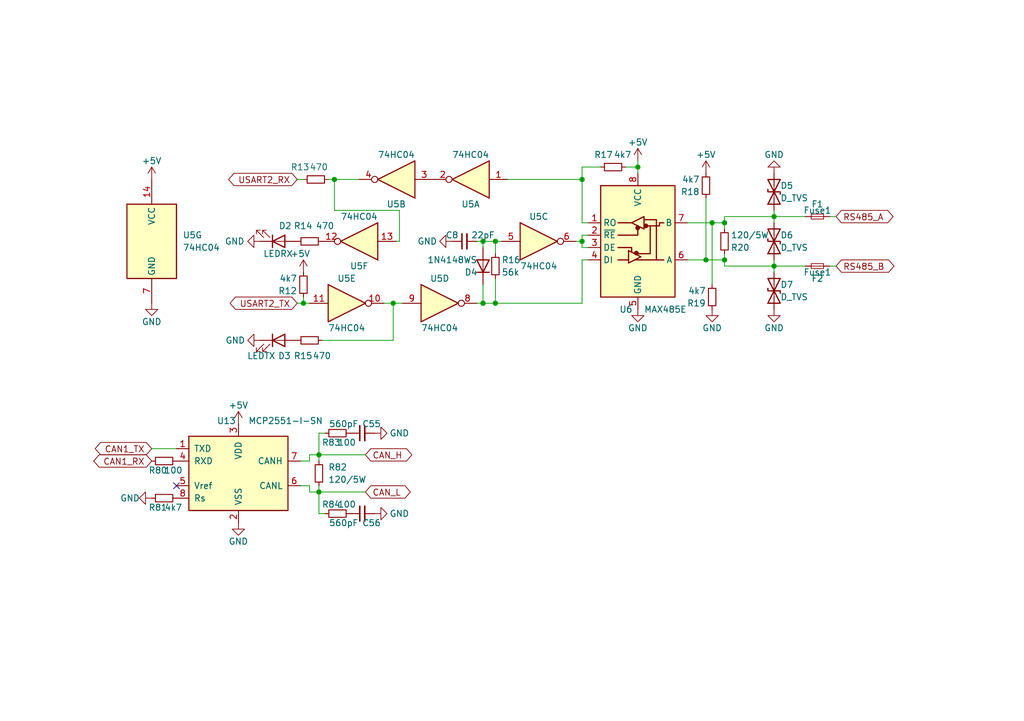
<source format=kicad_sch>
(kicad_sch (version 20211123) (generator eeschema)
  (paper "A5")
  (lib_symbols
    (symbol "74xx:74HC04"
      (property "Reference" "U" (at 0 1.27 0))
      (property "Value" "74HC04" (at 0 -1.27 0))
      (symbol "74HC04_1_0"
        (polyline (pts (xy -3.81 3.81) (xy -3.81 -3.81) (xy 3.81 0) (xy -3.81 3.81)) (stroke (width 0.254)) (fill (type background)))
        (pin input line (at -7.62 0 0) (length 3.81) (name "~") (number "1"))
        (pin output inverted (at 7.62 0 180) (length 3.81) (name "~") (number "2"))
      )
      (symbol "74HC04_2_0"
        (polyline (pts (xy -3.81 3.81) (xy -3.81 -3.81) (xy 3.81 0) (xy -3.81 3.81)) (stroke (width 0.254)) (fill (type background)))
        (pin input line (at -7.62 0 0) (length 3.81) (name "~") (number "3"))
        (pin output inverted (at 7.62 0 180) (length 3.81) (name "~") (number "4"))
      )
      (symbol "74HC04_3_0"
        (polyline (pts (xy -3.81 3.81) (xy -3.81 -3.81) (xy 3.81 0) (xy -3.81 3.81)) (stroke (width 0.254)) (fill (type background)))
        (pin input line (at -7.62 0 0) (length 3.81) (name "~") (number "5"))
        (pin output inverted (at 7.62 0 180) (length 3.81) (name "~") (number "6"))
      )
      (symbol "74HC04_4_0"
        (polyline (pts (xy -3.81 3.81) (xy -3.81 -3.81) (xy 3.81 0) (xy -3.81 3.81)) (stroke (width 0.254)) (fill (type background)))
        (pin output inverted (at 7.62 0 180) (length 3.81) (name "~") (number "8"))
        (pin input line (at -7.62 0 0) (length 3.81) (name "~") (number "9"))
      )
      (symbol "74HC04_5_0"
        (polyline (pts (xy -3.81 3.81) (xy -3.81 -3.81) (xy 3.81 0) (xy -3.81 3.81)) (stroke (width 0.254)) (fill (type background)))
        (pin output inverted (at 7.62 0 180) (length 3.81) (name "~") (number "10"))
        (pin input line (at -7.62 0 0) (length 3.81) (name "~") (number "11"))
      )
      (symbol "74HC04_6_0"
        (polyline (pts (xy -3.81 3.81) (xy -3.81 -3.81) (xy 3.81 0) (xy -3.81 3.81)) (stroke (width 0.254)) (fill (type background)))
        (pin output inverted (at 7.62 0 180) (length 3.81) (name "~") (number "12"))
        (pin input line (at -7.62 0 0) (length 3.81) (name "~") (number "13"))
      )
      (symbol "74HC04_7_0"
        (pin power_in line (at 0 12.7 270) (length 5.08) (name "VCC") (number "14"))
        (pin power_in line (at 0 -12.7 90) (length 5.08) (name "GND") (number "7"))
      )
      (symbol "74HC04_7_1"
        (rectangle (start -5.08 7.62) (end 5.08 -7.62) (stroke (width 0.254)) (fill (type background)))
      )
    )
    (symbol "Device:C_Small" (pin_numbers hide) (pin_names (offset 0.254) hide)
      (property "Reference" "C" (at 0.254 1.778 0))
      (property "Value" "C_Small" (at 0.254 -2.032 0))
      (symbol "C_Small_0_1"
        (polyline (pts (xy -1.524 -0.508) (xy 1.524 -0.508)) (stroke (width 0.3302)))
        (polyline (pts (xy -1.524 0.508) (xy 1.524 0.508)) (stroke (width 0.3048)))
      )
      (symbol "C_Small_1_1"
        (pin passive line (at 0 2.54 270) (length 2.032) (name "~") (number "1"))
        (pin passive line (at 0 -2.54 90) (length 2.032) (name "~") (number "2"))
      )
    )
    (symbol "Device:D_TVS" (pin_numbers hide) (pin_names (offset 1.016) hide)
      (property "Reference" "D" (at 0 2.54 0))
      (property "Value" "D_TVS" (at 0 -2.54 0))
      (symbol "D_TVS_0_1"
        (polyline (pts (xy 1.27 0) (xy -1.27 0)))
        (polyline (pts (xy 0.508 1.27) (xy 0 1.27) (xy 0 -1.27) (xy -0.508 -1.27)) (stroke (width 0.254)))
        (polyline (pts (xy -2.54 1.27) (xy -2.54 -1.27) (xy 2.54 1.27) (xy 2.54 -1.27) (xy -2.54 1.27)) (stroke (width 0.254)))
      )
      (symbol "D_TVS_1_1"
        (pin passive line (at -3.81 0 0) (length 2.54) (name "A1") (number "1"))
        (pin passive line (at 3.81 0 180) (length 2.54) (name "A2") (number "2"))
      )
    )
    (symbol "Device:Fuse_Small" (pin_numbers hide) (pin_names (offset 0.254) hide)
      (property "Reference" "F" (at 0 -1.524 0))
      (property "Value" "Fuse_Small" (at 0 1.524 0))
      (symbol "Fuse_Small_0_1"
        (rectangle (start -1.27 0.508) (end 1.27 -0.508))
        (polyline (pts (xy -1.27 0) (xy 1.27 0)))
      )
      (symbol "Fuse_Small_1_1"
        (pin passive line (at -2.54 0 0) (length 1.27) (name "~") (number "1"))
        (pin passive line (at 2.54 0 180) (length 1.27) (name "~") (number "2"))
      )
    )
    (symbol "Device:LED" (pin_numbers hide) (pin_names (offset 1.016) hide)
      (property "Reference" "D" (at 0 2.54 0))
      (property "Value" "LED" (at 0 -2.54 0))
      (symbol "LED_0_1"
        (polyline (pts (xy -1.27 -1.27) (xy -1.27 1.27)) (stroke (width 0.254)))
        (polyline (pts (xy -1.27 0) (xy 1.27 0)))
        (polyline (pts (xy 1.27 -1.27) (xy 1.27 1.27) (xy -1.27 0) (xy 1.27 -1.27)) (stroke (width 0.254)))
        (polyline (pts (xy -3.048 -0.762) (xy -4.572 -2.286) (xy -3.81 -2.286) (xy -4.572 -2.286) (xy -4.572 -1.524)))
        (polyline (pts (xy -1.778 -0.762) (xy -3.302 -2.286) (xy -2.54 -2.286) (xy -3.302 -2.286) (xy -3.302 -1.524)))
      )
      (symbol "LED_1_1"
        (pin passive line (at -3.81 0 0) (length 2.54) (name "K") (number "1"))
        (pin passive line (at 3.81 0 180) (length 2.54) (name "A") (number "2"))
      )
    )
    (symbol "Device:R_Small" (pin_numbers hide) (pin_names (offset 0.254) hide)
      (property "Reference" "R" (at 0.762 0.508 0))
      (property "Value" "R_Small" (at 0.762 -1.016 0))
      (symbol "R_Small_0_1"
        (rectangle (start -0.762 1.778) (end 0.762 -1.778) (stroke (width 0.2032)))
      )
      (symbol "R_Small_1_1"
        (pin passive line (at 0 2.54 270) (length 0.762) (name "~") (number "1"))
        (pin passive line (at 0 -2.54 90) (length 0.762) (name "~") (number "2"))
      )
    )
    (symbol "Diode:1N4148WS" (pin_numbers hide) (pin_names (offset 1.016) hide)
      (property "Reference" "D" (at 0 2.54 0))
      (property "Value" "1N4148WS" (at 0 -2.54 0))
      (symbol "1N4148WS_0_1"
        (polyline (pts (xy -1.27 1.27) (xy -1.27 -1.27)) (stroke (width 0.254)))
        (polyline (pts (xy 1.27 0) (xy -1.27 0)))
        (polyline (pts (xy 1.27 1.27) (xy 1.27 -1.27) (xy -1.27 0) (xy 1.27 1.27)) (stroke (width 0.254)))
      )
      (symbol "1N4148WS_1_1"
        (pin passive line (at -3.81 0 0) (length 2.54) (name "K") (number "1"))
        (pin passive line (at 3.81 0 180) (length 2.54) (name "A") (number "2"))
      )
    )
    (symbol "Interface_CAN_LIN:MCP2551-I-SN" (pin_names (offset 1.016))
      (property "Reference" "U" (at -10.16 8.89 0))
      (property "Value" "MCP2551-I-SN" (at 2.54 8.89 0))
      (symbol "MCP2551-I-SN_0_1"
        (rectangle (start -10.16 7.62) (end 10.16 -7.62) (stroke (width 0.254)) (fill (type background)))
      )
      (symbol "MCP2551-I-SN_1_1"
        (pin input line (at -12.7 5.08 0) (length 2.54) (name "TXD") (number "1"))
        (pin power_in line (at 0 -10.16 90) (length 2.54) (name "VSS") (number "2"))
        (pin power_in line (at 0 10.16 270) (length 2.54) (name "VDD") (number "3"))
        (pin output line (at -12.7 2.54 0) (length 2.54) (name "RXD") (number "4"))
        (pin power_out line (at -12.7 -2.54 0) (length 2.54) (name "Vref") (number "5"))
        (pin bidirectional line (at 12.7 -2.54 180) (length 2.54) (name "CANL") (number "6"))
        (pin bidirectional line (at 12.7 2.54 180) (length 2.54) (name "CANH") (number "7"))
        (pin input line (at -12.7 -5.08 0) (length 2.54) (name "Rs") (number "8"))
      )
    )
    (symbol "Interface_UART:MAX485E"
      (property "Reference" "U" (at -6.096 11.43 0))
      (property "Value" "MAX485E" (at 0.762 11.43 0))
      (symbol "MAX485E_0_1"
        (rectangle (start -7.62 10.16) (end 7.62 -12.7) (stroke (width 0.254)) (fill (type background)))
        (circle (center -0.3048 -3.683) (radius 0.3556) (stroke (width 0.254)) (fill (type outline)))
        (circle (center -0.0254 1.4986) (radius 0.3556) (stroke (width 0.254)) (fill (type outline)))
        (polyline (pts (xy -4.064 -5.08) (xy -1.905 -5.08)) (stroke (width 0.254)))
        (polyline (pts (xy -4.064 2.54) (xy -1.27 2.54)) (stroke (width 0.254)))
        (polyline (pts (xy -1.27 -3.2004) (xy -1.27 -3.4544)) (stroke (width 0.254)))
        (polyline (pts (xy -0.635 -5.08) (xy 5.334 -5.08)) (stroke (width 0.254)))
        (polyline (pts (xy -4.064 -2.54) (xy -1.27 -2.54) (xy -1.27 -3.175)) (stroke (width 0.254)))
        (polyline (pts (xy 0 1.27) (xy 0 0) (xy -4.064 0)) (stroke (width 0.254)))
        (polyline (pts (xy 1.27 3.175) (xy 3.81 3.175) (xy 3.81 -5.08)) (stroke (width 0.254)))
        (polyline (pts (xy 2.54 1.905) (xy 2.54 -3.81) (xy 0 -3.81)) (stroke (width 0.254)))
        (polyline (pts (xy -1.905 -3.175) (xy -1.905 -5.715) (xy 0.635 -4.445) (xy -1.905 -3.175)) (stroke (width 0.254)))
        (polyline (pts (xy -1.27 2.54) (xy 1.27 3.81) (xy 1.27 1.27) (xy -1.27 2.54)) (stroke (width 0.254)))
        (polyline (pts (xy 1.905 1.905) (xy 4.445 1.905) (xy 4.445 2.54) (xy 5.334 2.54)) (stroke (width 0.254)))
        (rectangle (start 1.27 3.175) (end 1.27 3.175))
        (circle (center 1.651 1.905) (radius 0.3556) (stroke (width 0.254)) (fill (type outline)))
      )
      (symbol "MAX485E_1_1"
        (pin output line (at -10.16 2.54 0) (length 2.54) (name "RO") (number "1"))
        (pin input line (at -10.16 0 0) (length 2.54) (name "~{RE}") (number "2"))
        (pin input line (at -10.16 -2.54 0) (length 2.54) (name "DE") (number "3"))
        (pin input line (at -10.16 -5.08 0) (length 2.54) (name "DI") (number "4"))
        (pin power_in line (at 0 -15.24 90) (length 2.54) (name "GND") (number "5"))
        (pin bidirectional line (at 10.16 -5.08 180) (length 2.54) (name "A") (number "6"))
        (pin bidirectional line (at 10.16 2.54 180) (length 2.54) (name "B") (number "7"))
        (pin power_in line (at 0 12.7 270) (length 2.54) (name "VCC") (number "8"))
      )
    )
    (symbol "power:+5V" (power) (pin_names (offset 0))
      (property "Value" "+5V" (at 0 3.556 0))
      (symbol "+5V_0_1"
        (polyline (pts (xy -0.762 1.27) (xy 0 2.54)))
        (polyline (pts (xy 0 0) (xy 0 2.54)))
        (polyline (pts (xy 0 2.54) (xy 0.762 1.27)))
      )
      (symbol "+5V_1_1"
        (pin power_in line (at 0 0 90) (length 0) hide (name "+5V") (number "1"))
      )
    )
    (symbol "power:GND" (power) (pin_names (offset 0))
      (property "Value" "GND" (at 0 -3.81 0))
      (symbol "GND_0_1"
        (polyline (pts (xy 0 0) (xy 0 -1.27) (xy 1.27 -1.27) (xy 0 -2.54) (xy -1.27 -1.27) (xy 0 -1.27)))
      )
      (symbol "GND_1_1"
        (pin power_in line (at 0 0 270) (length 0) hide (name "GND") (number "1"))
      )
    )
  )
  (junction (at 119.38 36.83))
  (junction (at 65.405 93.345))
  (junction (at 101.6 49.53))
  (junction (at 65.405 100.965))
  (junction (at 68.58 36.83))
  (junction (at 62.23 62.23))
  (junction (at 148.59 53.34))
  (junction (at 146.05 45.72))
  (junction (at 144.78 53.34))
  (junction (at 119.38 49.53))
  (junction (at 101.6 62.23))
  (junction (at 99.06 49.53))
  (junction (at 130.81 34.29))
  (junction (at 80.645 62.23))
  (junction (at 99.06 62.23))
  (junction (at 158.75 44.45))
  (junction (at 158.75 54.61))
  (junction (at 148.59 45.72))
  (no_connect (at 36.195 99.695))
  (wire (pts (xy 148.59 45.72) (xy 146.05 45.72)))
  (wire (pts (xy 158.75 43.18) (xy 158.75 44.45)))
  (wire (pts (xy 140.97 45.72) (xy 146.05 45.72)))
  (wire (pts (xy 63.5 93.345) (xy 65.405 93.345)))
  (wire (pts (xy 66.04 69.85) (xy 80.645 69.85)))
  (wire (pts (xy 170.18 54.61) (xy 171.45 54.61)))
  (wire (pts (xy 119.38 36.83) (xy 104.14 36.83)))
  (wire (pts (xy 130.81 34.29) (xy 130.81 35.56)))
  (wire (pts (xy 66.675 88.9) (xy 65.405 88.9)))
  (wire (pts (xy 170.18 44.45) (xy 171.45 44.45)))
  (wire (pts (xy 65.405 100.965) (xy 74.93 100.965)))
  (wire (pts (xy 158.75 53.34) (xy 158.75 54.61)))
  (wire (pts (xy 65.405 100.965) (xy 65.405 99.695)))
  (wire (pts (xy 123.19 34.29) (xy 119.38 34.29)))
  (wire (pts (xy 144.78 40.64) (xy 144.78 53.34)))
  (wire (pts (xy 148.59 53.34) (xy 144.78 53.34)))
  (wire (pts (xy 130.81 33.02) (xy 130.81 34.29)))
  (wire (pts (xy 63.5 99.695) (xy 63.5 100.965)))
  (wire (pts (xy 67.31 36.83) (xy 68.58 36.83)))
  (wire (pts (xy 65.405 105.41) (xy 65.405 100.965)))
  (wire (pts (xy 61.595 94.615) (xy 63.5 94.615)))
  (wire (pts (xy 61.595 99.695) (xy 63.5 99.695)))
  (wire (pts (xy 99.06 62.23) (xy 97.79 62.23)))
  (wire (pts (xy 80.645 62.23) (xy 82.55 62.23)))
  (wire (pts (xy 101.6 62.23) (xy 99.06 62.23)))
  (wire (pts (xy 78.74 62.23) (xy 80.645 62.23)))
  (wire (pts (xy 63.5 100.965) (xy 65.405 100.965)))
  (wire (pts (xy 119.38 53.34) (xy 119.38 62.23)))
  (wire (pts (xy 97.79 49.53) (xy 99.06 49.53)))
  (wire (pts (xy 62.23 62.23) (xy 62.23 60.96)))
  (wire (pts (xy 60.96 36.83) (xy 62.23 36.83)))
  (wire (pts (xy 148.59 54.61) (xy 148.59 53.34)))
  (wire (pts (xy 65.405 93.345) (xy 65.405 94.615)))
  (wire (pts (xy 120.65 50.8) (xy 119.38 50.8)))
  (wire (pts (xy 68.58 36.83) (xy 68.58 43.18)))
  (wire (pts (xy 101.6 49.53) (xy 101.6 52.07)))
  (wire (pts (xy 144.78 53.34) (xy 140.97 53.34)))
  (wire (pts (xy 148.59 46.99) (xy 148.59 45.72)))
  (wire (pts (xy 102.87 49.53) (xy 101.6 49.53)))
  (wire (pts (xy 118.11 49.53) (xy 119.38 49.53)))
  (wire (pts (xy 148.59 44.45) (xy 148.59 45.72)))
  (wire (pts (xy 101.6 57.15) (xy 101.6 62.23)))
  (wire (pts (xy 158.75 54.61) (xy 158.75 55.88)))
  (wire (pts (xy 148.59 54.61) (xy 158.75 54.61)))
  (wire (pts (xy 146.05 45.72) (xy 146.05 58.42)))
  (wire (pts (xy 119.38 34.29) (xy 119.38 36.83)))
  (wire (pts (xy 66.675 105.41) (xy 65.405 105.41)))
  (wire (pts (xy 60.96 62.23) (xy 62.23 62.23)))
  (wire (pts (xy 158.75 44.45) (xy 165.1 44.45)))
  (wire (pts (xy 31.115 92.075) (xy 36.195 92.075)))
  (wire (pts (xy 158.75 45.72) (xy 158.75 44.45)))
  (wire (pts (xy 128.27 34.29) (xy 130.81 34.29)))
  (wire (pts (xy 63.5 62.23) (xy 62.23 62.23)))
  (wire (pts (xy 99.06 58.42) (xy 99.06 62.23)))
  (wire (pts (xy 148.59 44.45) (xy 158.75 44.45)))
  (wire (pts (xy 80.645 69.85) (xy 80.645 62.23)))
  (wire (pts (xy 119.38 45.72) (xy 119.38 36.83)))
  (wire (pts (xy 65.405 88.9) (xy 65.405 93.345)))
  (wire (pts (xy 81.915 49.53) (xy 81.28 49.53)))
  (wire (pts (xy 119.38 50.8) (xy 119.38 49.53)))
  (wire (pts (xy 120.65 45.72) (xy 119.38 45.72)))
  (wire (pts (xy 119.38 49.53) (xy 119.38 48.26)))
  (wire (pts (xy 119.38 48.26) (xy 120.65 48.26)))
  (wire (pts (xy 81.915 43.18) (xy 81.915 49.53)))
  (wire (pts (xy 99.06 49.53) (xy 99.06 50.8)))
  (wire (pts (xy 148.59 52.07) (xy 148.59 53.34)))
  (wire (pts (xy 73.66 36.83) (xy 68.58 36.83)))
  (wire (pts (xy 65.405 93.345) (xy 74.93 93.345)))
  (wire (pts (xy 101.6 49.53) (xy 99.06 49.53)))
  (wire (pts (xy 63.5 94.615) (xy 63.5 93.345)))
  (wire (pts (xy 120.65 53.34) (xy 119.38 53.34)))
  (wire (pts (xy 68.58 43.18) (xy 81.915 43.18)))
  (wire (pts (xy 158.75 54.61) (xy 165.1 54.61)))
  (wire (pts (xy 119.38 62.23) (xy 101.6 62.23)))
  (global_label "RS485_B" (shape bidirectional) (at 171.45 54.61 0) (property "Intersheet References" "${INTERSHEET_REFS}" (effects hide)))
  (global_label "CAN1_RX" (shape bidirectional) (at 31.115 94.615 180) (property "Intersheet References" "${INTERSHEET_REFS}" (effects hide)))
  (global_label "USART2_RX" (shape bidirectional) (at 60.96 36.83 180) (property "Intersheet References" "${INTERSHEET_REFS}" (effects hide)))
  (global_label "CAN1_TX" (shape bidirectional) (at 31.115 92.075 180) (property "Intersheet References" "${INTERSHEET_REFS}" (effects hide)))
  (global_label "CAN_H" (shape bidirectional) (at 74.93 93.345 0) (property "Intersheet References" "${INTERSHEET_REFS}" (effects hide)))
  (global_label "USART2_TX" (shape bidirectional) (at 60.96 62.23 180) (property "Intersheet References" "${INTERSHEET_REFS}" (effects hide)))
  (global_label "CAN_L" (shape bidirectional) (at 74.93 100.965 0) (property "Intersheet References" "${INTERSHEET_REFS}" (effects hide)))
  (global_label "RS485_A" (shape bidirectional) (at 171.45 44.45 0) (property "Intersheet References" "${INTERSHEET_REFS}" (effects hide)))
  (symbol (lib_id "74xx:74HC04") (at 96.52 36.83 180) (unit 1)
    (property "Reference" "U5" (at 96.52 41.91 0))
    (property "Value" "74HC04" (at 96.52 31.75 0))
    (property "Footprint" "Package_SO:SOIC-14_3.9x8.7mm_P1.27mm" (effects hide))
    (property "Datasheet" "https://assets.nexperia.com/documents/data-sheet/74HC_HCT04.pdf" (effects hide))
  )
  (symbol (lib_id "Device:R_Small") (at 146.05 60.96 180) (unit 1)
    (property "Reference" "R19" (at 144.78 62.23 0) (effects (justify left)))
    (property "Value" "4k7" (at 144.78 59.69 0) (effects (justify left)))
    (property "Footprint" "Resistor_SMD:R_0603_1608Metric" (effects hide))
  )
  (symbol (lib_id "power:GND") (at 53.34 49.53 270) (unit 1)
    (property "Reference" "#PWR0158" (effects hide))
    (property "Value" "GND" (at 50.165 49.5299 90) (effects (justify right)))
  )
  (symbol (lib_id "Device:R_Small") (at 33.655 102.235 270) (unit 1)
    (property "Reference" "R81" (at 32.385 104.14 90))
    (property "Value" "4k7" (at 35.56 104.14 90))
    (property "Footprint" "Resistor_SMD:R_0603_1608Metric" (effects hide))
  )
  (symbol (lib_id "power:GND") (at 146.05 63.5 0) (unit 1)
    (property "Reference" "#PWR034" (effects hide))
    (property "Value" "GND" (at 146.05 67.31 0))
  )
  (symbol (lib_id "Device:R_Small") (at 148.59 49.53 0) (mirror x) (unit 1)
    (property "Reference" "R20" (at 149.86 50.8 0) (effects (justify left)))
    (property "Value" "120/5W" (at 149.86 48.26 0) (effects (justify left)))
    (property "Footprint" "Resistor_SMD:R_1206_3216Metric" (effects hide))
  )
  (symbol (lib_id "power:GND") (at 92.71 49.53 270) (unit 1)
    (property "Reference" "#PWR030" (effects hide))
    (property "Value" "GND" (at 87.63 49.53 90))
  )
  (symbol (lib_id "power:GND") (at 31.115 62.23 0) (unit 1)
    (property "Reference" "#PWR027" (effects hide))
    (property "Value" "GND" (at 31.115 66.04 0))
  )
  (symbol (lib_id "Device:D_TVS") (at 158.75 49.53 90) (unit 1)
    (property "Reference" "D6" (at 160.02 48.26 90) (effects (justify right)))
    (property "Value" "D_TVS" (at 160.02 50.8 90) (effects (justify right)))
    (property "Footprint" "Diode_SMD:D_SMA" (effects hide))
  )
  (symbol (lib_id "power:GND") (at 76.835 88.9 90) (unit 1)
    (property "Reference" "#PWR0159" (effects hide))
    (property "Value" "GND" (at 81.915 88.9 90))
  )
  (symbol (lib_id "power:+5V") (at 31.115 36.83 0) (unit 1)
    (property "Reference" "#PWR026" (effects hide))
    (property "Value" "+5V" (at 31.115 33.02 0))
  )
  (symbol (lib_id "power:GND") (at 158.75 35.56 180) (unit 1)
    (property "Reference" "#PWR035" (effects hide))
    (property "Value" "GND" (at 158.75 31.75 0))
  )
  (symbol (lib_id "Device:Fuse_Small") (at 167.64 44.45 0) (unit 1)
    (property "Reference" "F1" (at 167.64 41.91 0))
    (property "Value" "Fuse1" (at 167.64 43.18 0))
    (property "Footprint" "Fuse:Fuse_2512_6332Metric" (effects hide))
  )
  (symbol (lib_id "power:GND") (at 158.75 63.5 0) (unit 1)
    (property "Reference" "#PWR036" (effects hide))
    (property "Value" "GND" (at 158.75 67.31 0))
  )
  (symbol (lib_id "74xx:74HC04") (at 31.115 49.53 0) (unit 7)
    (property "Reference" "U5" (at 37.465 48.2599 0) (effects (justify left)))
    (property "Value" "74HC04" (at 37.465 50.7999 0) (effects (justify left)))
    (property "Footprint" "Package_SO:SOIC-14_3.9x8.7mm_P1.27mm" (effects hide))
    (property "Datasheet" "https://assets.nexperia.com/documents/data-sheet/74HC_HCT04.pdf" (effects hide))
  )
  (symbol (lib_id "Device:R_Small") (at 125.73 34.29 90) (unit 1)
    (property "Reference" "R17" (at 125.73 31.75 90) (effects (justify left)))
    (property "Value" "4k7" (at 129.54 31.75 90) (effects (justify left)))
    (property "Footprint" "Resistor_SMD:R_0603_1608Metric" (effects hide))
  )
  (symbol (lib_id "power:GND") (at 130.81 63.5 0) (unit 1)
    (property "Reference" "#PWR032" (effects hide))
    (property "Value" "GND" (at 130.81 67.31 0))
  )
  (symbol (lib_id "Interface_CAN_LIN:MCP2551-I-SN") (at 48.895 97.155 0) (unit 1)
    (property "Reference" "U13" (at 44.45 86.36 0) (effects (justify left)))
    (property "Value" "MCP2551-I-SN" (at 50.9144 86.36 0) (effects (justify left)))
    (property "Footprint" "Package_SO:SOIC-8_3.9x4.9mm_P1.27mm" (effects hide))
    (property "Datasheet" "http://ww1.microchip.com/downloads/en/devicedoc/21667d.pdf" (effects hide))
  )
  (symbol (lib_id "power:+5V") (at 48.895 86.995 0) (unit 1)
    (property "Reference" "#PWR0122" (effects hide))
    (property "Value" "~" (at 48.895 83.185 0))
  )
  (symbol (lib_id "power:GND") (at 53.34 69.85 270) (unit 1)
    (property "Reference" "#PWR029" (effects hide))
    (property "Value" "GND" (at 48.26 69.85 90))
  )
  (symbol (lib_id "Device:R_Small") (at 64.77 36.83 90) (unit 1)
    (property "Reference" "R13" (at 63.5 34.29 90) (effects (justify left)))
    (property "Value" "470" (at 67.31 34.29 90) (effects (justify left)))
    (property "Footprint" "Resistor_SMD:R_0603_1608Metric" (effects hide))
  )
  (symbol (lib_id "74xx:74HC04") (at 73.66 49.53 180) (unit 6)
    (property "Reference" "U5" (at 73.66 54.61 0))
    (property "Value" "74HC04" (at 73.66 44.45 0))
    (property "Footprint" "Package_SO:SOIC-14_3.9x8.7mm_P1.27mm" (effects hide))
    (property "Datasheet" "https://assets.nexperia.com/documents/data-sheet/74HC_HCT04.pdf" (effects hide))
  )
  (symbol (lib_id "74xx:74HC04") (at 81.28 36.83 180) (unit 2)
    (property "Reference" "U5" (at 81.28 41.91 0))
    (property "Value" "74HC04" (at 81.28 31.75 0))
    (property "Footprint" "Package_SO:SOIC-14_3.9x8.7mm_P1.27mm" (effects hide))
    (property "Datasheet" "https://assets.nexperia.com/documents/data-sheet/74HC_HCT04.pdf" (effects hide))
  )
  (symbol (lib_id "Interface_UART:MAX485E") (at 130.81 48.26 0) (unit 1)
    (property "Reference" "U6" (at 127 63.5 0) (effects (justify left)))
    (property "Value" "MAX485E" (at 132.08 63.5 0) (effects (justify left)))
    (property "Footprint" "Package_SO:SOIC-8_3.9x4.9mm_P1.27mm" (effects hide))
    (property "Datasheet" "https://datasheets.maximintegrated.com/en/ds/MAX1487E-MAX491E.pdf" (effects hide))
  )
  (symbol (lib_id "power:+5V") (at 144.78 35.56 0) (unit 1)
    (property "Reference" "#PWR033" (effects hide))
    (property "Value" "+5V" (at 144.78 31.75 0))
  )
  (symbol (lib_id "Device:R_Small") (at 33.655 94.615 90) (mirror x) (unit 1)
    (property "Reference" "R80" (at 32.385 96.52 90))
    (property "Value" "100" (at 35.56 96.52 90))
    (property "Footprint" "Resistor_SMD:R_0603_1608Metric" (effects hide))
  )
  (symbol (lib_id "Diode:1N4148WS") (at 99.06 54.61 90) (unit 1)
    (property "Reference" "D4" (at 95.25 55.88 90) (effects (justify right)))
    (property "Value" "1N4148WS" (at 87.63 53.34 90) (effects (justify right)))
    (property "Footprint" "Diode_SMD:D_SOD-323" (effects hide))
    (property "Datasheet" "https://www.vishay.com/docs/85751/1n4148ws.pdf" (effects hide))
  )
  (symbol (lib_id "Device:R_Small") (at 101.6 54.61 0) (unit 1)
    (property "Reference" "R16" (at 102.87 53.34 0) (effects (justify left)))
    (property "Value" "56k" (at 102.87 55.88 0) (effects (justify left)))
    (property "Footprint" "Resistor_SMD:R_0603_1608Metric" (effects hide))
  )
  (symbol (lib_id "Device:LED") (at 57.15 49.53 0) (mirror x) (unit 1)
    (property "Reference" "D2" (at 57.15 46.355 0) (effects (justify left)))
    (property "Value" "LEDRX" (at 53.975 52.07 0) (effects (justify left)))
    (property "Footprint" "LED_SMD:LED_0603_1608Metric" (effects hide))
  )
  (symbol (lib_id "Device:D_TVS") (at 158.75 39.37 90) (unit 1)
    (property "Reference" "D5" (at 160.02 38.1 90) (effects (justify right)))
    (property "Value" "D_TVS" (at 160.02 40.64 90) (effects (justify right)))
    (property "Footprint" "Diode_SMD:D_SMA" (effects hide))
  )
  (symbol (lib_id "power:+5V") (at 62.23 55.88 0) (unit 1)
    (property "Reference" "#PWR028" (effects hide))
    (property "Value" "+5V" (at 61.595 52.07 0))
  )
  (symbol (lib_id "Device:C_Small") (at 74.295 88.9 90) (unit 1)
    (property "Reference" "C55" (at 76.2 86.995 90))
    (property "Value" "560pF" (at 70.485 86.995 90))
    (property "Footprint" "Capacitor_SMD:C_0603_1608Metric" (effects hide))
  )
  (symbol (lib_id "Device:D_TVS") (at 158.75 59.69 90) (unit 1)
    (property "Reference" "D7" (at 160.02 58.42 90) (effects (justify right)))
    (property "Value" "D_TVS" (at 160.02 60.96 90) (effects (justify right)))
    (property "Footprint" "Diode_SMD:D_SMA" (effects hide))
  )
  (symbol (lib_id "Device:C_Small") (at 95.25 49.53 90) (unit 1)
    (property "Reference" "C8" (at 92.71 48.26 90))
    (property "Value" "22pF" (at 99.06 48.26 90))
    (property "Footprint" "Capacitor_SMD:C_0603_1608Metric" (effects hide))
  )
  (symbol (lib_id "Device:R_Small") (at 62.23 58.42 180) (unit 1)
    (property "Reference" "R12" (at 60.96 59.69 0) (effects (justify left)))
    (property "Value" "4k7" (at 60.96 57.15 0) (effects (justify left)))
    (property "Footprint" "Resistor_SMD:R_0603_1608Metric" (effects hide))
  )
  (symbol (lib_id "Device:R_Small") (at 69.215 88.9 90) (mirror x) (unit 1)
    (property "Reference" "R83" (at 67.945 90.805 90))
    (property "Value" "100" (at 71.12 90.805 90))
    (property "Footprint" "Resistor_SMD:R_0603_1608Metric" (effects hide))
  )
  (symbol (lib_id "Device:R_Small") (at 63.5 69.85 90) (mirror x) (unit 1)
    (property "Reference" "R15" (at 64.135 73.025 90) (effects (justify left)))
    (property "Value" "470" (at 67.945 73.025 90) (effects (justify left)))
    (property "Footprint" "Resistor_SMD:R_0603_1608Metric" (effects hide))
  )
  (symbol (lib_id "74xx:74HC04") (at 90.17 62.23 0) (unit 4)
    (property "Reference" "U5" (at 90.17 57.15 0))
    (property "Value" "74HC04" (at 90.17 67.31 0))
    (property "Footprint" "Package_SO:SOIC-14_3.9x8.7mm_P1.27mm" (effects hide))
    (property "Datasheet" "https://assets.nexperia.com/documents/data-sheet/74HC_HCT04.pdf" (effects hide))
  )
  (symbol (lib_id "Device:R_Small") (at 63.5 49.53 90) (unit 1)
    (property "Reference" "R14" (at 64.135 46.355 90) (effects (justify left)))
    (property "Value" "470" (at 68.58 46.355 90) (effects (justify left)))
    (property "Footprint" "Resistor_SMD:R_0603_1608Metric" (effects hide))
  )
  (symbol (lib_id "Device:C_Small") (at 74.295 105.41 90) (mirror x) (unit 1)
    (property "Reference" "C56" (at 76.2 107.315 90))
    (property "Value" "560pF" (at 70.485 107.315 90))
    (property "Footprint" "Capacitor_SMD:C_0603_1608Metric" (effects hide))
  )
  (symbol (lib_id "power:+5V") (at 130.81 33.02 0) (unit 1)
    (property "Reference" "#PWR031" (effects hide))
    (property "Value" "+5V" (at 130.81 29.21 0))
  )
  (symbol (lib_id "power:GND") (at 76.835 105.41 90) (unit 1)
    (property "Reference" "#PWR0160" (effects hide))
    (property "Value" "GND" (at 81.915 105.41 90))
  )
  (symbol (lib_id "74xx:74HC04") (at 110.49 49.53 0) (unit 3)
    (property "Reference" "U5" (at 110.49 44.45 0))
    (property "Value" "74HC04" (at 110.49 54.61 0))
    (property "Footprint" "Package_SO:SOIC-14_3.9x8.7mm_P1.27mm" (effects hide))
    (property "Datasheet" "https://assets.nexperia.com/documents/data-sheet/74HC_HCT04.pdf" (effects hide))
  )
  (symbol (lib_id "Device:R_Small") (at 69.215 105.41 90) (unit 1)
    (property "Reference" "R84" (at 67.945 103.505 90))
    (property "Value" "100" (at 71.12 103.505 90))
    (property "Footprint" "Resistor_SMD:R_0603_1608Metric" (effects hide))
  )
  (symbol (lib_id "power:GND") (at 31.115 102.235 270) (unit 1)
    (property "Reference" "#PWR072" (effects hide))
    (property "Value" "GND" (at 26.67 102.235 90))
  )
  (symbol (lib_id "Device:Fuse_Small") (at 167.64 54.61 0) (mirror x) (unit 1)
    (property "Reference" "F2" (at 167.64 57.15 0))
    (property "Value" "Fuse1" (at 167.64 55.88 0))
    (property "Footprint" "Fuse:Fuse_2512_6332Metric" (effects hide))
  )
  (symbol (lib_id "74xx:74HC04") (at 71.12 62.23 0) (unit 5)
    (property "Reference" "U5" (at 71.12 57.15 0))
    (property "Value" "74HC04" (at 71.12 67.31 0))
    (property "Footprint" "Package_SO:SOIC-14_3.9x8.7mm_P1.27mm" (effects hide))
    (property "Datasheet" "https://assets.nexperia.com/documents/data-sheet/74HC_HCT04.pdf" (effects hide))
  )
  (symbol (lib_id "Device:R_Small") (at 144.78 38.1 180) (unit 1)
    (property "Reference" "R18" (at 143.51 39.37 0) (effects (justify left)))
    (property "Value" "4k7" (at 143.51 36.83 0) (effects (justify left)))
    (property "Footprint" "Resistor_SMD:R_0603_1608Metric" (effects hide))
  )
  (symbol (lib_id "Device:R_Small") (at 65.405 97.155 0) (unit 1)
    (property "Reference" "R82" (at 67.31 95.8849 0) (effects (justify left)))
    (property "Value" "120/5W" (at 67.31 98.4249 0) (effects (justify left)))
    (property "Footprint" "Resistor_SMD:R_1206_3216Metric" (effects hide))
  )
  (symbol (lib_id "Device:LED") (at 57.15 69.85 0) (unit 1)
    (property "Reference" "D3" (at 59.69 73.025 0) (effects (justify right)))
    (property "Value" "LEDTX" (at 56.515 73.025 0) (effects (justify right)))
    (property "Footprint" "LED_SMD:LED_0603_1608Metric" (effects hide))
  )
  (symbol (lib_id "power:GND") (at 48.895 107.315 0) (unit 1)
    (property "Reference" "#PWR0157" (effects hide))
    (property "Value" "GND" (at 48.895 111.125 0))
  )
)
</source>
